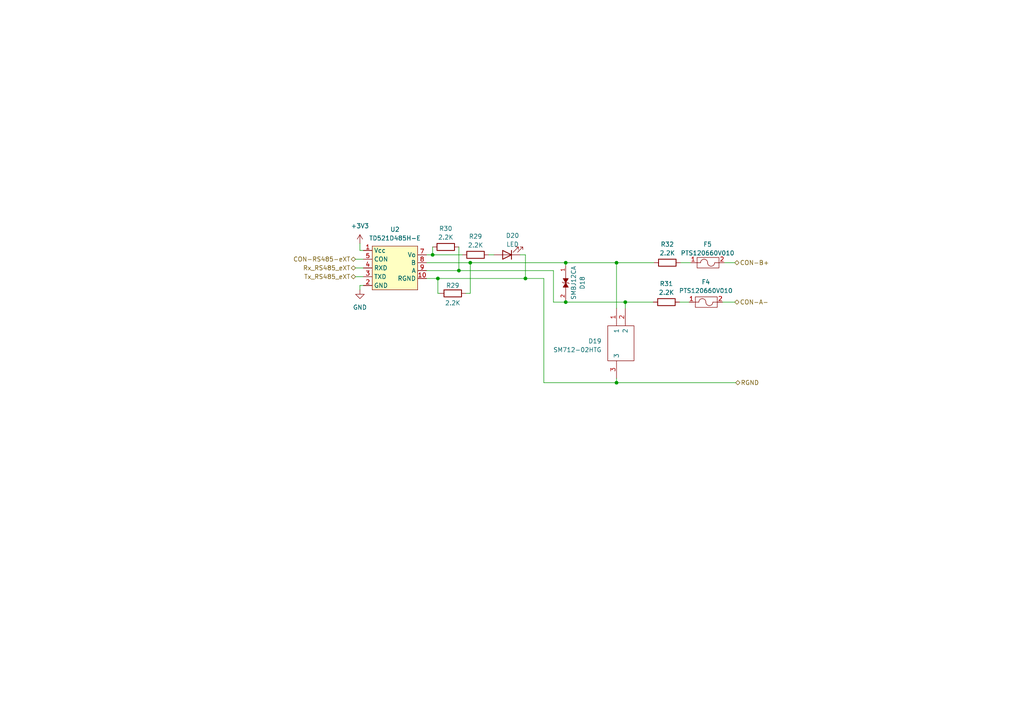
<source format=kicad_sch>
(kicad_sch (version 20230121) (generator eeschema)
  (paper "A4")
  (lib_symbols
    (symbol "Device:LED" (pin_numbers hide) (pin_names (offset 1.016) hide)
      (property "Reference" "D" (at 0 2.54 0))
      (property "Value" "LED" (at 0 -2.54 0))
      (symbol "LED_0_1"
        (polyline (pts (xy -1.27 -1.27) (xy -1.27 1.27)) (stroke (width 0.254)))
        (polyline (pts (xy -1.27 0) (xy 1.27 0)))
        (polyline (pts (xy 1.27 -1.27) (xy 1.27 1.27) (xy -1.27 0) (xy 1.27 -1.27)) (stroke (width 0.254)))
        (polyline (pts (xy -3.048 -0.762) (xy -4.572 -2.286) (xy -3.81 -2.286) (xy -4.572 -2.286) (xy -4.572 -1.524)))
        (polyline (pts (xy -1.778 -0.762) (xy -3.302 -2.286) (xy -2.54 -2.286) (xy -3.302 -2.286) (xy -3.302 -1.524)))
      )
      (symbol "LED_1_1"
        (pin passive line (at -3.81 0 0) (length 2.54) (name "K") (number "1"))
        (pin passive line (at 3.81 0 180) (length 2.54) (name "A") (number "2"))
      )
    )
    (symbol "Device:R" (pin_numbers hide) (pin_names (offset 0))
      (property "Reference" "R" (at 2.032 0 90))
      (property "Value" "R" (at 0 0 90))
      (symbol "R_0_1"
        (rectangle (start -1.016 -2.54) (end 1.016 2.54) (stroke (width 0.254)))
      )
      (symbol "R_1_1"
        (pin passive line (at 0 3.81 270) (length 1.27) (name "~") (number "1"))
        (pin passive line (at 0 -3.81 90) (length 1.27) (name "~") (number "2"))
      )
    )
    (symbol "New_Library:PTS120660V010"
      (property "Reference" "F4" (at 0.254 0.762 90))
      (property "Value" "PTS120660V010" (at 5.588 1.778 90))
      (symbol "PTS120660V010_0_1"
        (polyline (pts (xy 2.54 -1.778) (xy 2.54 -0.254)))
        (polyline (pts (xy 2.54 3.81) (xy 2.54 5.334)))
        (rectangle (start 1.016 4.826) (end 4.064 -1.524))
        (arc (start 1.5222 0.7602) (mid 1.8203 0.0423) (end 2.5382 -0.2558))
        (arc (start 2.5382 1.7798) (mid 1.8203 1.4817) (end 1.5222 0.7638))
        (arc (start 2.5418 1.7762) (mid 3.2597 2.0743) (end 3.5578 2.7922))
        (arc (start 3.556 2.794) (mid 3.2579 3.5119) (end 2.54 3.81))
      )
      (symbol "PTS120660V010_1_1"
        (pin passive line (at 2.54 6.604 270) (length 1.27) (name "~") (number "1"))
        (pin passive line (at 2.54 -3.048 90) (length 1.27) (name "~") (number "2"))
      )
    )
    (symbol "SM712-02HTG:SM712-02HTG" (pin_names (offset 0.762))
      (property "Reference" "D" (at 16.51 7.62 0))
      (property "Value" "SM712-02HTG" (at 16.51 5.08 0))
      (symbol "SM712-02HTG_0_0"
        (pin passive line (at 0 0 0) (length 5.08) (name "1") (number "1"))
        (pin passive line (at 0 -2.54 0) (length 5.08) (name "2") (number "2"))
        (pin passive line (at 20.32 0 180) (length 5.08) (name "3") (number "3"))
      )
      (symbol "SM712-02HTG_0_1"
        (polyline (pts (xy 5.08 2.54) (xy 15.24 2.54) (xy 15.24 -5.08) (xy 5.08 -5.08) (xy 5.08 2.54)) (stroke (width 0.1524)))
      )
    )
    (symbol "SMBJ12CA:SMBJ12CA" (pin_names (offset 1.016))
      (property "Reference" "D" (at -5.08 2.54 0))
      (property "Value" "SMBJ12CA" (at -5.08 -5.08 0))
      (symbol "SMBJ12CA_0_0"
        (polyline (pts (xy -1.27 0) (xy -2.54 0)) (stroke (width 0.1524)))
        (polyline (pts (xy 0 -0.762) (xy -0.254 -1.016)) (stroke (width 0.1524)))
        (polyline (pts (xy 0 -0.762) (xy 0 0.762)) (stroke (width 0.1524)))
        (polyline (pts (xy 0 0.762) (xy 0.254 1.016)) (stroke (width 0.1524)))
        (polyline (pts (xy 1.27 0) (xy 2.54 0)) (stroke (width 0.1524)))
        (polyline (pts (xy 0 0) (xy -1.27 -0.762) (xy -1.27 0.762) (xy 0 0)) (stroke (width 0.1524)) (fill (type outline)))
        (polyline (pts (xy 0 0) (xy 1.27 0.762) (xy 1.27 -0.762) (xy 0 0)) (stroke (width 0.1524)) (fill (type outline)))
        (pin passive line (at -5.08 0 0) (length 2.54) (name "~") (number "1"))
        (pin passive line (at 5.08 0 180) (length 2.54) (name "~") (number "2"))
      )
    )
    (symbol "nuevos simvolos:TD521D485H-E"
      (property "Reference" "U" (at 0 0 0))
      (property "Value" "TD521D485H-E" (at 0.254 -1.524 0))
      (symbol "TD521D485H-E_0_1"
        (rectangle (start -6.35 14.224) (end 6.858 1.524) (fill (type background)))
      )
      (symbol "TD521D485H-E_1_1"
        (pin input line (at -8.89 12.954 0) (length 2.54) (name "Vcc") (number "1"))
        (pin output line (at 9.398 4.826 180) (length 2.54) (name "RGND") (number "10"))
        (pin output line (at -8.89 2.794 0) (length 2.54) (name "GND") (number "2"))
        (pin bidirectional line (at -8.89 5.334 0) (length 2.54) (name "TXD") (number "3"))
        (pin bidirectional line (at -8.89 7.874 0) (length 2.54) (name "RXD") (number "4"))
        (pin bidirectional line (at -8.89 10.414 0) (length 2.54) (name "CON") (number "5"))
        (pin output line (at 9.398 11.684 180) (length 2.54) (name "Vo") (number "7"))
        (pin bidirectional line (at 9.398 9.398 180) (length 2.54) (name "B") (number "8"))
        (pin bidirectional line (at 9.398 7.112 180) (length 2.54) (name "A") (number "9"))
      )
    )
    (symbol "power:+3V3" (power) (pin_names (offset 0))
      (property "Value" "+3V3" (at 0 3.556 0))
      (symbol "+3V3_0_1"
        (polyline (pts (xy -0.762 1.27) (xy 0 2.54)))
        (polyline (pts (xy 0 0) (xy 0 2.54)))
        (polyline (pts (xy 0 2.54) (xy 0.762 1.27)))
      )
      (symbol "+3V3_1_1"
        (pin power_in line (at 0 0 90) (length 0) hide (name "+3V3") (number "1"))
      )
    )
    (symbol "power:GND" (power) (pin_names (offset 0))
      (property "Value" "GND" (at 0 -3.81 0))
      (symbol "GND_0_1"
        (polyline (pts (xy 0 0) (xy 0 -1.27) (xy 1.27 -1.27) (xy 0 -2.54) (xy -1.27 -1.27) (xy 0 -1.27)))
      )
      (symbol "GND_1_1"
        (pin power_in line (at 0 0 270) (length 0) hide (name "GND") (number "1"))
      )
    )
  )
  (junction (at 136.398 76.2))
  (junction (at 127 80.772))
  (junction (at 178.816 110.998))
  (junction (at 181.356 87.63))
  (junction (at 178.816 76.2))
  (junction (at 125.476 73.914))
  (junction (at 164.084 76.2))
  (junction (at 152.4 80.772))
  (junction (at 164.084 87.63))
  (junction (at 133.096 78.486))
  (wire (pts (xy 181.356 87.63) (xy 189.484 87.63)))
  (wire (pts (xy 152.4 80.772) (xy 157.734 80.772)))
  (wire (pts (xy 213.106 76.2) (xy 210.058 76.2)))
  (wire (pts (xy 123.698 80.772) (xy 127 80.772)))
  (wire (pts (xy 164.084 76.2) (xy 164.084 76.962)))
  (wire (pts (xy 181.356 87.63) (xy 181.356 89.408)))
  (wire (pts (xy 104.394 72.644) (xy 105.41 72.644)))
  (wire (pts (xy 133.096 71.628) (xy 133.096 78.486)))
  (wire (pts (xy 104.394 70.612) (xy 104.394 72.644)))
  (wire (pts (xy 152.4 73.914) (xy 152.4 80.772)))
  (wire (pts (xy 136.398 85.09) (xy 136.398 76.2)))
  (wire (pts (xy 160.528 78.486) (xy 160.528 87.63)))
  (wire (pts (xy 136.398 76.2) (xy 164.084 76.2)))
  (wire (pts (xy 125.476 71.628) (xy 125.476 73.914)))
  (wire (pts (xy 157.734 80.772) (xy 157.734 110.998)))
  (wire (pts (xy 164.084 87.122) (xy 164.084 87.63)))
  (wire (pts (xy 133.096 78.486) (xy 160.528 78.486)))
  (wire (pts (xy 103.124 80.264) (xy 105.41 80.264)))
  (wire (pts (xy 104.394 84.074) (xy 104.394 82.804)))
  (wire (pts (xy 123.698 73.914) (xy 125.476 73.914)))
  (wire (pts (xy 141.732 73.914) (xy 143.256 73.914)))
  (wire (pts (xy 127 85.09) (xy 127 80.772)))
  (wire (pts (xy 125.476 73.914) (xy 134.112 73.914)))
  (wire (pts (xy 157.734 110.998) (xy 178.816 110.998)))
  (wire (pts (xy 178.816 76.2) (xy 189.738 76.2)))
  (wire (pts (xy 135.128 85.09) (xy 136.398 85.09)))
  (wire (pts (xy 178.816 109.728) (xy 178.816 110.998)))
  (wire (pts (xy 150.876 73.914) (xy 152.4 73.914)))
  (wire (pts (xy 103.124 77.724) (xy 105.41 77.724)))
  (wire (pts (xy 127.508 85.09) (xy 127 85.09)))
  (wire (pts (xy 178.816 76.2) (xy 178.816 89.408)))
  (wire (pts (xy 123.698 76.2) (xy 136.398 76.2)))
  (wire (pts (xy 178.816 110.998) (xy 213.36 110.998)))
  (wire (pts (xy 213.106 87.63) (xy 209.55 87.63)))
  (wire (pts (xy 164.084 87.63) (xy 181.356 87.63)))
  (wire (pts (xy 127 80.772) (xy 152.4 80.772)))
  (wire (pts (xy 164.084 76.2) (xy 178.816 76.2)))
  (wire (pts (xy 103.124 75.184) (xy 105.41 75.184)))
  (wire (pts (xy 123.698 78.486) (xy 133.096 78.486)))
  (wire (pts (xy 197.358 76.2) (xy 200.406 76.2)))
  (wire (pts (xy 197.104 87.63) (xy 199.898 87.63)))
  (wire (pts (xy 160.528 87.63) (xy 164.084 87.63)))
  (wire (pts (xy 104.394 82.804) (xy 105.41 82.804)))
  (hierarchical_label "CON-RS485-eXT" (shape bidirectional) (at 103.124 75.184 180))
  (hierarchical_label "Tx_RS485_eXT" (shape bidirectional) (at 103.124 80.264 180))
  (hierarchical_label "CON-B+" (shape bidirectional) (at 213.106 76.2 0))
  (hierarchical_label "RGND" (shape bidirectional) (at 213.36 110.998 0))
  (hierarchical_label "CON-A-" (shape bidirectional) (at 213.106 87.63 0))
  (hierarchical_label "Rx_RS485_eXT" (shape bidirectional) (at 103.124 77.724 180))
  (symbol (lib_id "power:GND") (at 104.394 84.074 0) (unit 1)
    (property "Reference" "#PWR059" (effects hide))
    (property "Value" "GND" (at 104.394 89.154 0))
    (instances (project "RoomLink" (path "" (reference "#PWR059") (unit 1))) (project "Practica" (path "" (reference "#PWR034") (unit 1))))
  )
  (symbol (lib_id "Device:R") (at 129.286 71.628 90) (unit 1)
    (property "Reference" "R30" (at 129.286 66.294 90))
    (property "Value" "2.2K" (at 129.286 68.834 90))
    (property "Footprint" "Resistor_SMD:R_0805_2012Metric" (effects hide))
    (instances (project "RoomLink" (path "" (reference "R30") (unit 1))) (project "Practica" (path "" (reference "R29") (unit 1))))
  )
  (symbol (lib_id "Device:R") (at 193.294 87.63 90) (unit 1)
    (property "Reference" "R31" (at 193.294 82.296 90))
    (property "Value" "2.2K" (at 193.294 84.836 90))
    (property "Footprint" "Resistor_SMD:R_0805_2012Metric" (effects hide))
    (instances (project "RoomLink" (path "" (reference "R31") (unit 1))) (project "Practica" (path "" (reference "R28") (unit 1))))
  )
  (symbol (lib_id "Device:R") (at 131.318 85.09 90) (unit 1)
    (property "Reference" "R29" (at 131.318 82.804 90))
    (property "Value" "2.2K" (at 131.318 87.884 90))
    (property "Footprint" "Resistor_SMD:R_0805_2012Metric" (effects hide))
    (instances (project "RoomLink" (path "" (reference "R29") (unit 1))) (project "Practica" (path "" (reference "R31") (unit 1))))
  )
  (symbol (lib_id "Device:R") (at 137.922 73.914 90) (unit 1)
    (property "Reference" "R29" (at 137.922 68.58 90))
    (property "Value" "2.2K" (at 137.922 71.12 90))
    (property "Footprint" "Resistor_SMD:R_0805_2012Metric" (effects hide))
    (instances (project "RoomLink" (path "" (reference "R29") (unit 1))) (project "Practica" (path "" (reference "R30") (unit 1))))
  )
  (symbol (lib_id "SM712-02HTG:SM712-02HTG") (at 178.816 89.408 90) (mirror x) (unit 1)
    (property "Reference" "D19" (at 174.498 98.933 90) (effects (justify left)))
    (property "Value" "SM712-02HTG" (at 174.498 101.473 90) (effects (justify left)))
    (property "Footprint" "SM712-02HTG:SM71202HTG" (effects hide))
    (property "Datasheet" "https://www.littelfuse.com/media?resourcetype=datasheets&itemid=a4019802-ff62-41ff-bf66-295f97422f81&filename=littelfuse-tvs-diode-array-sm712-datasheet" (effects hide))
    (property "Description" "31V, 19V Clamp 19A (8/20s) Ipp Tvs Diode Surface Mount SOT-23-3" (effects hide))
    (property "Height" "1.12" (effects hide))
    (property "Mouser Part Number" "576-SM712-02HTG" (effects hide))
    (property "Mouser Price/Stock" "https://www.mouser.co.uk/ProductDetail/Littelfuse/SM712-02HTG?qs=aGgfWYEhH7lQgBVBPCUDkw%3D%3D" (effects hide))
    (property "Manufacturer_Name" "LITTELFUSE" (effects hide))
    (property "Manufacturer_Part_Number" "SM712-02HTG" (effects hide))
    (instances (project "RoomLink" (path "" (reference "D19") (unit 1))) (project "Practica" (path "" (reference "D15") (unit 1))))
  )
  (symbol (lib_id "New_Library:PTS120660V010") (at 207.01 78.74 90) (unit 1)
    (property "Reference" "F5" (at 205.232 70.866 90))
    (property "Value" "PTS120660V010" (at 205.232 73.406 90))
    (property "Footprint" "Huellas:RESC3115X65N" (effects hide))
    (instances (project "RoomLink" (path "" (reference "F5") (unit 1))) (project "Practica" (path "" (reference "F1") (unit 1))))
  )
  (symbol (lib_id "Device:LED") (at 147.066 73.914 180) (unit 1)
    (property "Reference" "D20" (at 148.6535 68.326 0))
    (property "Value" "LED" (at 148.6535 70.866 0))
    (property "Footprint" "LED_SMD:LED_0805_2012Metric" (effects hide))
    (instances (project "RoomLink" (path "" (reference "D20") (unit 1))) (project "Practica" (path "" (reference "D13") (unit 1))))
  )
  (symbol (lib_id "Device:R") (at 193.548 76.2 90) (unit 1)
    (property "Reference" "R32" (at 193.548 70.866 90))
    (property "Value" "2.2K" (at 193.548 73.406 90))
    (property "Footprint" "Resistor_SMD:R_0805_2012Metric" (effects hide))
    (instances (project "RoomLink" (path "" (reference "R32") (unit 1))) (project "Practica" (path "" (reference "R27") (unit 1))))
  )
  (symbol (lib_id "New_Library:PTS120660V010") (at 206.502 90.17 90) (unit 1)
    (property "Reference" "F4" (at 204.724 81.788 90))
    (property "Value" "PTS120660V010" (at 204.724 84.328 90))
    (property "Footprint" "Huellas:RESC3115X65N" (effects hide))
    (instances (project "RoomLink" (path "" (reference "F4") (unit 1))) (project "Practica" (path "" (reference "F2") (unit 1))))
  )
  (symbol (lib_id "power:+3V3") (at 104.394 70.612 0) (unit 1)
    (property "Reference" "#PWR031" (effects hide))
    (property "Value" "+3V3" (at 104.394 65.532 0))
    (instances (project "Practica" (path "" (reference "#PWR031") (unit 1)) (path "" (reference "#PWR01") (unit 1))))
  )
  (symbol (lib_id "SMBJ12CA:SMBJ12CA") (at 164.084 82.042 270) (unit 1)
    (property "Reference" "D18" (at 168.91 82.042 0))
    (property "Value" "SMBJ12CA" (at 166.37 82.042 0))
    (property "Footprint" "SMBJ12CA:DIOM4336X265N" (effects hide))
    (property "PARTREV" "I2102" (effects hide))
    (property "STANDARD" "IPC-7351B" (effects hide))
    (property "MAXIMUM_PACKAGE_HEIGHT" "2.65 mm" (effects hide))
    (property "MANUFACTURER" "Taiwan Semiconductor" (effects hide))
    (instances (project "RoomLink" (path "" (reference "D18") (unit 1))) (project "Practica" (path "" (reference "D14") (unit 1))))
  )
  (symbol (lib_id "nuevos simvolos:TD521D485H-E") (at 114.3 85.598 0) (unit 1)
    (property "Reference" "U2" (at 114.554 66.548 0))
    (property "Value" "TD521D485H-E" (at 114.554 69.088 0))
    (property "Footprint" "nuevo simbolo:TD521D485H-E" (effects hide))
    (property "Datasheet" "https://www.digchip.com/datasheets/parts/datasheet/2/1007/TD521D485H-E-pdf.php" (effects hide))
  )
)
</source>
